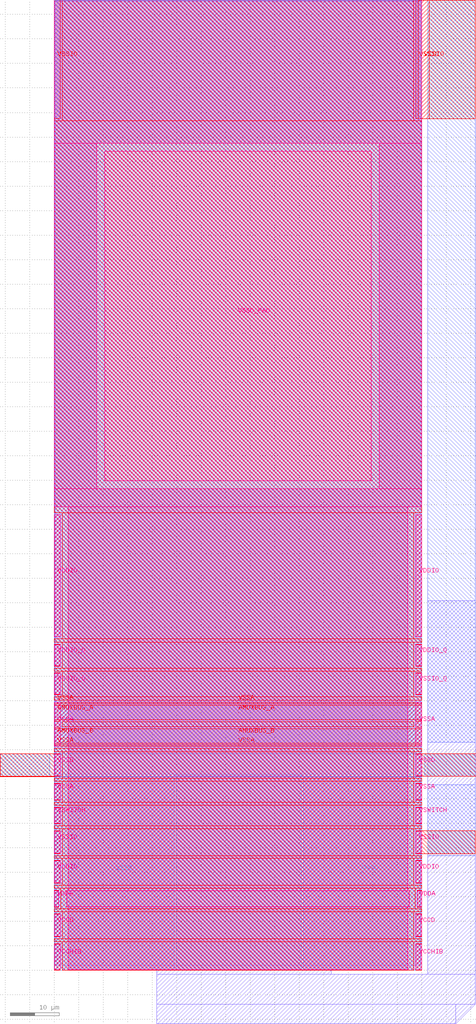
<source format=lef>
VERSION 5.7 ;
  NOWIREEXTENSIONATPIN ON ;
  DIVIDERCHAR "/" ;
  BUSBITCHARS "[]" ;
MACRO sky130_ef_io__vssd_lvc_clamped2_pad
  CLASS PAD POWER ;
  FOREIGN sky130_ef_io__vssd_lvc_clamped2_pad ;
  ORIGIN 0.000 0.000 ;
  SIZE 75.000 BY 197.965 ;
  PIN AMUXBUS_A
    DIRECTION INOUT ;
    USE SIGNAL ;
    PORT
      LAYER met4 ;
        RECT 0.000 51.090 75.000 54.070 ;
    END
    PORT
      LAYER met4 ;
        RECT 0.000 51.090 1.270 54.070 ;
    END
  END AMUXBUS_A
  PIN AMUXBUS_B
    DIRECTION INOUT ;
    USE SIGNAL ;
    PORT
      LAYER met4 ;
        RECT 0.000 46.330 75.000 49.310 ;
    END
    PORT
      LAYER met4 ;
        RECT 0.000 46.330 1.270 49.310 ;
    END
  END AMUXBUS_B
  PIN VSSD_PAD
    DIRECTION INOUT ;
    USE GROUND ;
    PORT
      LAYER met5 ;
        RECT 10.270 99.865 64.670 167.130 ;
    END
  END VSSD_PAD
  PIN VSSA
    DIRECTION INOUT ;
    USE GROUND ;
    PORT
      LAYER met5 ;
        RECT 73.730 45.700 75.000 54.700 ;
    END
    PORT
      LAYER met5 ;
        RECT 73.730 34.805 75.000 38.050 ;
    END
    PORT
      LAYER met5 ;
        RECT 0.000 45.700 1.270 54.700 ;
    END
    PORT
      LAYER met5 ;
        RECT 0.000 34.805 1.270 38.050 ;
    END
    PORT
      LAYER met4 ;
        RECT 73.730 49.610 75.000 50.790 ;
    END
    PORT
      LAYER met4 ;
        RECT 0.000 54.370 75.000 54.700 ;
    END
    PORT
      LAYER met4 ;
        RECT 0.000 45.700 75.000 46.030 ;
    END
    PORT
      LAYER met4 ;
        RECT 73.730 34.700 75.000 38.150 ;
    END
    PORT
      LAYER met4 ;
        RECT 0.000 45.700 1.270 46.030 ;
    END
    PORT
      LAYER met4 ;
        RECT 0.000 49.610 1.270 50.790 ;
    END
    PORT
      LAYER met4 ;
        RECT 0.000 54.370 1.270 54.700 ;
    END
    PORT
      LAYER met4 ;
        RECT 0.000 34.700 1.270 38.150 ;
    END
  END VSSA
  PIN VDDA
    DIRECTION INOUT ;
    USE POWER ;
    PORT
      LAYER met5 ;
        RECT 74.035 13.000 75.000 16.250 ;
    END
    PORT
      LAYER met5 ;
        RECT 0.000 13.000 0.965 16.250 ;
    END
    PORT
      LAYER met4 ;
        RECT 74.035 12.900 75.000 16.350 ;
    END
    PORT
      LAYER met4 ;
        RECT 0.000 12.900 0.965 16.350 ;
    END
  END VDDA
  PIN VSWITCH
    DIRECTION INOUT ;
    USE POWER ;
    PORT
      LAYER met5 ;
        RECT 73.730 29.950 75.000 33.200 ;
    END
    PORT
      LAYER met5 ;
        RECT 0.000 29.950 1.270 33.200 ;
    END
    PORT
      LAYER met4 ;
        RECT 73.730 29.850 75.000 33.300 ;
    END
    PORT
      LAYER met4 ;
        RECT 0.000 29.850 1.270 33.300 ;
    END
  END VSWITCH
  PIN VDDIO_Q
    DIRECTION INOUT ;
    USE POWER ;
    PORT
      LAYER met5 ;
        RECT 73.730 62.150 75.000 66.400 ;
    END
    PORT
      LAYER met5 ;
        RECT 0.000 62.150 1.270 66.400 ;
    END
    PORT
      LAYER met4 ;
        RECT 73.730 62.050 75.000 66.500 ;
    END
    PORT
      LAYER met4 ;
        RECT 0.000 62.050 1.270 66.500 ;
    END
  END VDDIO_Q
  PIN VCCHIB
    DIRECTION INOUT ;
    USE POWER ;
    PORT
      LAYER met5 ;
        RECT 73.730 0.100 75.000 5.350 ;
    END
    PORT
      LAYER met5 ;
        RECT 0.000 0.100 1.270 5.350 ;
    END
    PORT
      LAYER met4 ;
        RECT 73.730 0.000 75.000 5.450 ;
    END
    PORT
      LAYER met4 ;
        RECT 0.000 0.000 1.270 5.450 ;
    END
  END VCCHIB
  PIN VDDIO
    DIRECTION INOUT ;
    USE POWER ;
    PORT
      LAYER met5 ;
        RECT 73.730 68.000 75.000 92.950 ;
    END
    PORT
      LAYER met5 ;
        RECT 73.730 17.850 75.000 22.300 ;
    END
    PORT
      LAYER met5 ;
        RECT 0.000 68.000 1.270 92.950 ;
    END
    PORT
      LAYER met5 ;
        RECT 0.000 17.850 1.270 22.300 ;
    END
    PORT
      LAYER met4 ;
        RECT 73.730 17.750 75.000 22.400 ;
    END
    PORT
      LAYER met4 ;
        RECT 73.730 68.000 75.000 92.965 ;
    END
    PORT
      LAYER met4 ;
        RECT 0.000 17.750 1.270 22.400 ;
    END
    PORT
      LAYER met4 ;
        RECT 0.000 68.000 1.270 92.965 ;
    END
  END VDDIO
  PIN VCCD
    DIRECTION INOUT ;
    USE POWER ;
    PORT
      LAYER met5 ;
        RECT 73.730 6.950 75.000 11.400 ;
    END
    PORT
      LAYER met5 ;
        RECT 0.000 6.950 1.270 11.400 ;
    END
    PORT
      LAYER met4 ;
        RECT 73.730 6.850 75.000 11.500 ;
    END
    PORT
      LAYER met4 ;
        RECT 0.000 6.850 1.270 11.500 ;
    END
  END VCCD
  PIN VSSIO
    DIRECTION INOUT ;
    USE GROUND ;
    PORT
      LAYER met4 ;
        RECT 74.225 173.750 76.470 197.930 ;
    END
    PORT
      LAYER met4 ;
        RECT 0.000 173.750 1.205 197.965 ;
    END
    PORT
      LAYER met5 ;
        RECT 73.730 23.900 75.000 28.350 ;
    END
    PORT
      LAYER met5 ;
        RECT 0.000 23.900 1.270 28.350 ;
    END
    PORT
      LAYER met4 ;
        RECT 73.730 23.800 75.000 28.450 ;
    END
    PORT
      LAYER met4 ;
        RECT 73.730 173.750 75.000 197.965 ;
    END
    PORT
      LAYER met4 ;
        RECT 0.000 173.750 1.270 197.965 ;
    END
    PORT
      LAYER met4 ;
        RECT 0.000 23.800 1.270 28.450 ;
    END
  END VSSIO
  PIN VSSD
    DIRECTION INOUT ;
    USE GROUND ;
    PORT
      LAYER met3 ;
        RECT 50.755 -0.035 74.700 39.565 ;
    END
    PORT
      LAYER met3 ;
        RECT 0.500 -0.035 24.500 39.565 ;
    END
    PORT
      LAYER met5 ;
        RECT 73.730 39.650 75.000 44.100 ;
    END
    PORT
      LAYER met5 ;
        RECT 0.000 39.650 1.270 44.100 ;
    END
    PORT
      LAYER met4 ;
        RECT 73.730 39.550 75.000 44.200 ;
    END
    PORT
      LAYER met4 ;
        RECT 0.000 39.550 1.270 44.200 ;
    END
  END VSSD
  PIN VSSIO_Q
    DIRECTION INOUT ;
    USE GROUND ;
    PORT
      LAYER met5 ;
        RECT 73.730 56.300 75.000 60.550 ;
    END
    PORT
      LAYER met5 ;
        RECT 0.000 56.300 1.270 60.550 ;
    END
    PORT
      LAYER met4 ;
        RECT 73.730 56.200 75.000 60.650 ;
    END
    PORT
      LAYER met4 ;
        RECT 0.000 56.200 1.270 60.650 ;
    END
  END VSSIO_Q
  OBS
      LAYER li1 ;
        RECT 0.240 0.985 74.755 197.745 ;
      LAYER met1 ;
        RECT 0.120 0.000 75.000 197.805 ;
        RECT 16.655 -0.035 56.565 0.000 ;
        RECT 20.925 -0.815 56.565 -0.035 ;
        RECT 76.200 -0.815 85.935 75.350 ;
        RECT 20.925 -6.920 85.935 -0.815 ;
        RECT 20.925 -10.920 81.935 -6.920 ;
        POLYGON 81.935 -6.920 85.935 -6.920 81.935 -10.920 ;
      LAYER met2 ;
        RECT 0.000 44.200 75.000 197.930 ;
        RECT 76.200 46.560 85.935 197.930 ;
        RECT 0.000 44.165 86.140 44.200 ;
        RECT -10.975 39.550 86.140 44.165 ;
        RECT -10.975 39.515 75.000 39.550 ;
        RECT 0.000 0.000 75.000 39.515 ;
        RECT 76.200 23.390 85.935 37.800 ;
        RECT 0.500 -0.035 20.495 0.000 ;
        RECT 20.925 -0.035 53.535 0.000 ;
        RECT 54.095 -0.035 74.700 0.000 ;
      LAYER met3 ;
        RECT -10.975 39.515 -0.895 44.165 ;
        RECT 0.000 39.965 75.000 197.930 ;
        RECT 76.200 173.715 85.935 197.930 ;
        RECT 0.000 0.000 0.100 39.965 ;
        RECT 24.900 0.000 50.355 39.965 ;
        RECT 75.605 39.550 86.140 44.200 ;
        RECT 76.200 23.765 85.935 28.415 ;
        RECT 26.000 -0.035 36.880 0.000 ;
        RECT 38.380 -0.035 49.255 0.000 ;
      LAYER met4 ;
        RECT 1.670 173.350 73.330 197.965 ;
        RECT 76.470 173.750 85.935 197.930 ;
        RECT 74.785 173.715 85.935 173.750 ;
        RECT 0.000 93.365 75.000 173.350 ;
        RECT 1.670 67.600 73.330 93.365 ;
        RECT 0.000 66.900 75.000 67.600 ;
        RECT 1.670 61.650 73.330 66.900 ;
        RECT 0.000 61.050 75.000 61.650 ;
        RECT 1.670 55.800 73.330 61.050 ;
        RECT 0.000 55.100 75.000 55.800 ;
        RECT 1.670 49.710 73.330 50.690 ;
        RECT 0.000 44.600 75.000 45.300 ;
        RECT -10.975 39.550 0.000 44.165 ;
        RECT -10.975 39.515 0.070 39.550 ;
        RECT 1.670 39.150 73.330 44.600 ;
        RECT 75.000 39.550 86.140 44.200 ;
        RECT 0.000 38.550 75.000 39.150 ;
        RECT 1.670 34.300 73.330 38.550 ;
        RECT 0.000 33.700 75.000 34.300 ;
        RECT 1.670 29.450 73.330 33.700 ;
        RECT 0.000 28.850 75.000 29.450 ;
        RECT 1.670 23.400 73.330 28.850 ;
        RECT 75.000 23.800 85.935 28.415 ;
        RECT 74.935 23.765 85.935 23.800 ;
        RECT 0.000 22.800 75.000 23.400 ;
        RECT 1.670 17.350 73.330 22.800 ;
        RECT 0.000 16.750 75.000 17.350 ;
        RECT 1.365 12.500 73.635 16.750 ;
        RECT 0.000 11.900 75.000 12.500 ;
        RECT 1.670 6.450 73.330 11.900 ;
        RECT 0.000 5.850 75.000 6.450 ;
        RECT 1.670 0.000 73.330 5.850 ;
      LAYER met5 ;
        RECT 0.000 168.730 75.000 197.965 ;
        RECT 0.000 98.265 8.670 168.730 ;
        RECT 66.270 98.265 75.000 168.730 ;
        RECT 0.000 94.550 75.000 98.265 ;
        RECT 2.870 16.250 72.130 94.550 ;
        RECT 2.565 13.000 72.435 16.250 ;
        RECT 2.870 0.100 72.130 13.000 ;
  END
END sky130_ef_io__vssd_lvc_clamped2_pad
END LIBRARY


</source>
